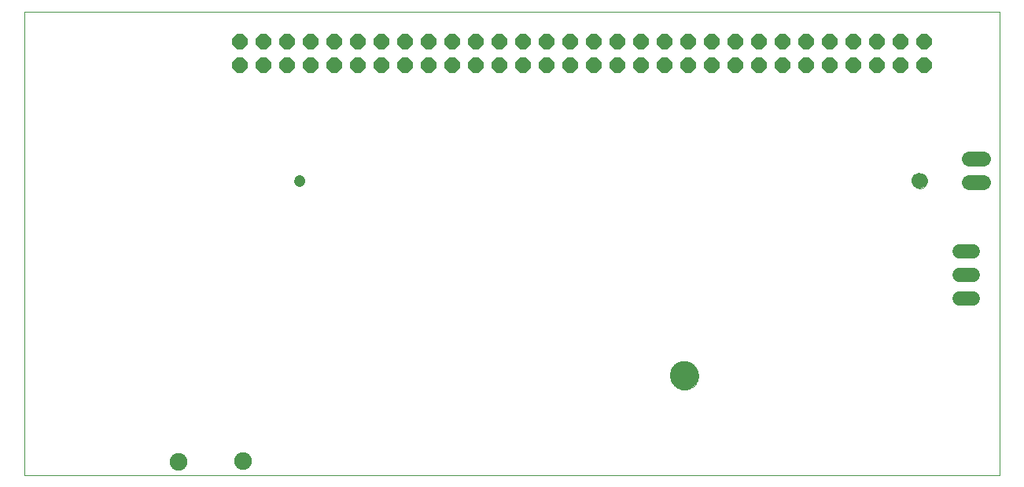
<source format=gbs>
G04 EAGLE Gerber RS-274X export*
G75*
%MOIN*%
%FSLAX34Y34*%
%LPD*%
%INBottom solder mask*%
%IPPOS*%
%AMOC8*
5,1,8,0,0,1.08239X$1,22.5*%
G01*
%ADD10C,0.000000*%
%ADD11C,0.122110*%
%ADD12C,0.066992*%
%ADD13C,0.047307*%
%ADD14P,0.069273X8X22.500000*%
%ADD15C,0.074866*%
%ADD16C,0.060000*%
%ADD17C,0.064000*%


D10*
X-5906Y0D02*
X35433Y0D01*
X35433Y19685D01*
X-5906Y19685D01*
X-5906Y0D01*
X21473Y4233D02*
X21475Y4281D01*
X21481Y4329D01*
X21491Y4376D01*
X21504Y4422D01*
X21522Y4467D01*
X21542Y4511D01*
X21567Y4553D01*
X21595Y4592D01*
X21625Y4629D01*
X21659Y4663D01*
X21696Y4695D01*
X21734Y4724D01*
X21775Y4749D01*
X21818Y4771D01*
X21863Y4789D01*
X21909Y4803D01*
X21956Y4814D01*
X22004Y4821D01*
X22052Y4824D01*
X22100Y4823D01*
X22148Y4818D01*
X22196Y4809D01*
X22242Y4797D01*
X22287Y4780D01*
X22331Y4760D01*
X22373Y4737D01*
X22413Y4710D01*
X22451Y4680D01*
X22486Y4647D01*
X22518Y4611D01*
X22548Y4573D01*
X22574Y4532D01*
X22596Y4489D01*
X22616Y4445D01*
X22631Y4400D01*
X22643Y4353D01*
X22651Y4305D01*
X22655Y4257D01*
X22655Y4209D01*
X22651Y4161D01*
X22643Y4113D01*
X22631Y4066D01*
X22616Y4021D01*
X22596Y3977D01*
X22574Y3934D01*
X22548Y3893D01*
X22518Y3855D01*
X22486Y3819D01*
X22451Y3786D01*
X22413Y3756D01*
X22373Y3729D01*
X22331Y3706D01*
X22287Y3686D01*
X22242Y3669D01*
X22196Y3657D01*
X22148Y3648D01*
X22100Y3643D01*
X22052Y3642D01*
X22004Y3645D01*
X21956Y3652D01*
X21909Y3663D01*
X21863Y3677D01*
X21818Y3695D01*
X21775Y3717D01*
X21734Y3742D01*
X21696Y3771D01*
X21659Y3803D01*
X21625Y3837D01*
X21595Y3874D01*
X21567Y3913D01*
X21542Y3955D01*
X21522Y3999D01*
X21504Y4044D01*
X21491Y4090D01*
X21481Y4137D01*
X21475Y4185D01*
X21473Y4233D01*
D11*
X22064Y4233D03*
D10*
X31728Y12500D02*
X31730Y12535D01*
X31736Y12570D01*
X31746Y12604D01*
X31759Y12637D01*
X31776Y12668D01*
X31797Y12696D01*
X31820Y12723D01*
X31847Y12746D01*
X31875Y12767D01*
X31906Y12784D01*
X31939Y12797D01*
X31973Y12807D01*
X32008Y12813D01*
X32043Y12815D01*
X32078Y12813D01*
X32113Y12807D01*
X32147Y12797D01*
X32180Y12784D01*
X32211Y12767D01*
X32239Y12746D01*
X32266Y12723D01*
X32289Y12696D01*
X32310Y12668D01*
X32327Y12637D01*
X32340Y12604D01*
X32350Y12570D01*
X32356Y12535D01*
X32358Y12500D01*
X32356Y12465D01*
X32350Y12430D01*
X32340Y12396D01*
X32327Y12363D01*
X32310Y12332D01*
X32289Y12304D01*
X32266Y12277D01*
X32239Y12254D01*
X32211Y12233D01*
X32180Y12216D01*
X32147Y12203D01*
X32113Y12193D01*
X32078Y12187D01*
X32043Y12185D01*
X32008Y12187D01*
X31973Y12193D01*
X31939Y12203D01*
X31906Y12216D01*
X31875Y12233D01*
X31847Y12254D01*
X31820Y12277D01*
X31797Y12304D01*
X31776Y12332D01*
X31759Y12363D01*
X31746Y12396D01*
X31736Y12430D01*
X31730Y12465D01*
X31728Y12500D01*
D12*
X32043Y12500D03*
D10*
X5527Y12500D02*
X5529Y12529D01*
X5535Y12557D01*
X5544Y12585D01*
X5557Y12611D01*
X5574Y12634D01*
X5593Y12656D01*
X5615Y12675D01*
X5640Y12690D01*
X5666Y12703D01*
X5694Y12711D01*
X5722Y12716D01*
X5751Y12717D01*
X5780Y12714D01*
X5808Y12707D01*
X5835Y12697D01*
X5861Y12683D01*
X5884Y12666D01*
X5905Y12646D01*
X5923Y12623D01*
X5938Y12598D01*
X5949Y12571D01*
X5957Y12543D01*
X5961Y12514D01*
X5961Y12486D01*
X5957Y12457D01*
X5949Y12429D01*
X5938Y12402D01*
X5923Y12377D01*
X5905Y12354D01*
X5884Y12334D01*
X5861Y12317D01*
X5835Y12303D01*
X5808Y12293D01*
X5780Y12286D01*
X5751Y12283D01*
X5722Y12284D01*
X5694Y12289D01*
X5666Y12297D01*
X5640Y12310D01*
X5615Y12325D01*
X5593Y12344D01*
X5574Y12366D01*
X5557Y12389D01*
X5544Y12415D01*
X5535Y12443D01*
X5529Y12471D01*
X5527Y12500D01*
D13*
X5744Y12500D03*
D14*
X3217Y17413D03*
X3217Y18413D03*
X4217Y17413D03*
X4217Y18413D03*
X5217Y17413D03*
X5217Y18413D03*
X6217Y17413D03*
X6217Y18413D03*
X7217Y17413D03*
X7217Y18413D03*
X8217Y17413D03*
X8217Y18413D03*
X9217Y17413D03*
X9217Y18413D03*
X10217Y17413D03*
X10217Y18413D03*
X11217Y17413D03*
X11217Y18413D03*
X12217Y17413D03*
X12217Y18413D03*
X13217Y17413D03*
X13217Y18413D03*
X14217Y17413D03*
X14217Y18413D03*
X15217Y17413D03*
X15217Y18413D03*
X16217Y17413D03*
X16217Y18413D03*
X17217Y17413D03*
X17217Y18413D03*
X18217Y17413D03*
X18217Y18413D03*
X19217Y17413D03*
X19217Y18413D03*
X20217Y17413D03*
X20217Y18413D03*
X21217Y17413D03*
X21217Y18413D03*
X22217Y17413D03*
X22217Y18413D03*
X23217Y17413D03*
X23217Y18413D03*
X24217Y17413D03*
X24217Y18413D03*
X25217Y17413D03*
X25217Y18413D03*
X26217Y17413D03*
X26217Y18413D03*
X27217Y17413D03*
X27217Y18413D03*
X28217Y17413D03*
X28217Y18413D03*
X29217Y17413D03*
X29217Y18413D03*
X30217Y17413D03*
X30217Y18413D03*
X31217Y17413D03*
X31217Y18413D03*
X32217Y17413D03*
X32217Y18413D03*
D15*
X620Y571D03*
X3370Y591D03*
D16*
X33720Y7500D02*
X34280Y7500D01*
X34280Y8500D02*
X33720Y8500D01*
X33720Y9500D02*
X34280Y9500D01*
D17*
X34130Y12432D02*
X34730Y12432D01*
X34730Y13432D02*
X34130Y13432D01*
M02*

</source>
